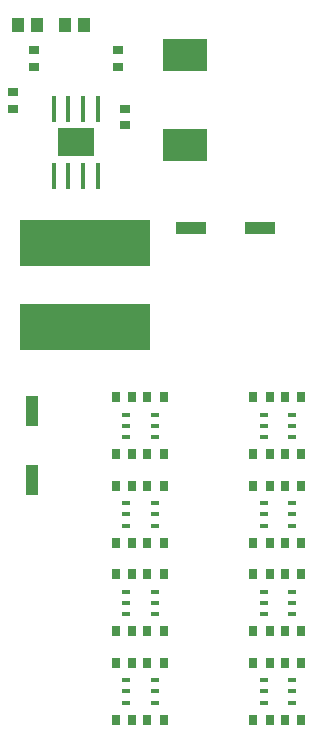
<source format=gtp>
%FSAX43Y43*%
%MOMM*%
G71*
G01*
G75*
G04 Layer_Color=8421504*
%ADD10R,1.016X2.540*%
%ADD11R,0.900X0.800*%
%ADD12R,1.000X1.300*%
%ADD13R,3.100X2.400*%
%ADD14R,0.450X2.200*%
%ADD15R,0.800X0.900*%
%ADD16R,0.800X0.350*%
%ADD17R,2.540X1.016*%
%ADD18R,3.810X2.794*%
%ADD19R,11.000X4.000*%
%ADD20C,0.889*%
%ADD21C,0.254*%
%ADD22C,0.381*%
%ADD23C,0.635*%
%ADD24C,1.016*%
%ADD25C,1.270*%
%ADD26R,1.265X3.340*%
%ADD27R,4.445X2.667*%
%ADD28R,0.782X1.737*%
%ADD29R,3.937X3.429*%
%ADD30R,5.207X4.826*%
%ADD31R,5.080X5.207*%
%ADD32R,5.461X5.334*%
%ADD33R,5.080X5.334*%
%ADD34R,1.270X4.953*%
%ADD35R,2.413X4.699*%
%ADD36R,7.620X3.048*%
%ADD37R,2.286X4.699*%
%ADD38R,3.810X0.762*%
%ADD39R,9.652X2.413*%
%ADD40R,1.524X1.397*%
%ADD41R,2.540X1.778*%
%ADD42R,0.635X0.762*%
%ADD43R,2.540X1.016*%
%ADD44R,1.397X29.972*%
%ADD45R,1.473X29.972*%
%ADD46R,1.575X1.397*%
%ADD47R,2.591X1.778*%
%ADD48R,10.287X1.651*%
%ADD49R,2.257X2.180*%
%ADD50R,2.032X2.159*%
%ADD51R,2.032X2.032*%
%ADD52R,2.024X2.159*%
%ADD53R,3.810X2.540*%
%ADD54R,3.302X2.159*%
%ADD55R,1.143X1.074*%
%ADD56R,1.001X1.074*%
%ADD57R,1.143X1.074*%
%ADD58R,1.016X1.016*%
%ADD59R,1.172X0.820*%
%ADD60C,0.508*%
%ADD61C,1.500*%
%ADD62R,1.500X1.500*%
%ADD63C,1.524*%
%ADD64C,1.778*%
%ADD65C,1.600*%
%ADD66C,2.000*%
%ADD67R,2.000X2.000*%
%ADD68C,4.000*%
%ADD69R,1.524X1.524*%
%ADD70R,1.500X1.500*%
%ADD71C,1.016*%
%ADD72R,1.100X1.700*%
%ADD73C,0.254*%
%ADD74C,0.762*%
%ADD75R,0.615X0.740*%
%ADD76R,3.802X0.994*%
%ADD77R,4.796X3.925*%
%ADD78R,5.461X5.207*%
%ADD79R,5.461X4.953*%
%ADD80R,2.540X2.667*%
%ADD81R,3.048X3.175*%
%ADD82R,5.461X5.842*%
%ADD83R,2.286X2.286*%
%ADD84R,1.898X2.032*%
%ADD85R,1.898X2.215*%
%ADD86R,1.898X2.041*%
%ADD87R,1.898X2.024*%
%ADD88R,3.556X2.286*%
%ADD89R,1.270X1.270*%
%ADD90R,1.397X1.397*%
%ADD91C,0.127*%
%ADD92C,0.250*%
%ADD93C,0.200*%
%ADD94C,0.100*%
D10*
X0118618Y0084836D02*
D03*
Y0078994D02*
D03*
D11*
X0116967Y0111825D02*
D03*
Y0110425D02*
D03*
X0125857Y0113981D02*
D03*
Y0115381D02*
D03*
X0126492Y0110428D02*
D03*
Y0109028D02*
D03*
X0118745Y0113981D02*
D03*
Y0115381D02*
D03*
D12*
X0121374Y0117475D02*
D03*
X0122974D02*
D03*
X0117437D02*
D03*
X0119037D02*
D03*
D13*
X0122301Y0107569D02*
D03*
D14*
X0124176Y0104694D02*
D03*
X0121676D02*
D03*
X0120426D02*
D03*
X0122926D02*
D03*
Y0110444D02*
D03*
X0120426D02*
D03*
X0121676D02*
D03*
X0124176D02*
D03*
D15*
X0139991Y0073660D02*
D03*
X0141391D02*
D03*
X0139991Y0078486D02*
D03*
X0141391D02*
D03*
X0137324Y0073660D02*
D03*
X0138724D02*
D03*
X0137324Y0078486D02*
D03*
X0138724D02*
D03*
X0128357D02*
D03*
X0129757D02*
D03*
X0125690Y0073660D02*
D03*
X0127090D02*
D03*
X0125690Y0078486D02*
D03*
X0127090D02*
D03*
X0128357Y0073660D02*
D03*
X0129757D02*
D03*
X0139991Y0085979D02*
D03*
X0141391D02*
D03*
X0137324D02*
D03*
X0138724D02*
D03*
X0137324Y0081153D02*
D03*
X0138724D02*
D03*
X0139991D02*
D03*
X0141391D02*
D03*
X0125690Y0085979D02*
D03*
X0127090D02*
D03*
X0125690Y0081153D02*
D03*
X0127090D02*
D03*
X0128357Y0085979D02*
D03*
X0129757D02*
D03*
X0128357Y0081153D02*
D03*
X0129757D02*
D03*
X0137324Y0058674D02*
D03*
X0138724D02*
D03*
X0137324Y0063500D02*
D03*
X0138724D02*
D03*
X0125690Y0058674D02*
D03*
X0127090D02*
D03*
X0139991Y0063500D02*
D03*
X0141391D02*
D03*
X0128357D02*
D03*
X0129757D02*
D03*
X0125690D02*
D03*
X0127090D02*
D03*
X0139991Y0058674D02*
D03*
X0141391D02*
D03*
X0128357D02*
D03*
X0129757D02*
D03*
X0139991Y0066167D02*
D03*
X0141391D02*
D03*
X0137324D02*
D03*
X0138724D02*
D03*
X0137324Y0070993D02*
D03*
X0138724D02*
D03*
X0125690D02*
D03*
X0127090D02*
D03*
X0128357Y0066167D02*
D03*
X0129757D02*
D03*
X0125690D02*
D03*
X0127090D02*
D03*
X0139991Y0070993D02*
D03*
X0141391D02*
D03*
X0128357D02*
D03*
X0129757D02*
D03*
D16*
X0140640Y0075133D02*
D03*
X0138227D02*
D03*
X0140640Y0076073D02*
D03*
X0138227Y0077013D02*
D03*
Y0076073D02*
D03*
X0140640Y0077013D02*
D03*
X0129007Y0075133D02*
D03*
X0126594D02*
D03*
X0129007Y0076073D02*
D03*
X0126594Y0077013D02*
D03*
Y0076073D02*
D03*
X0129007Y0077013D02*
D03*
X0140640Y0082626D02*
D03*
X0138227D02*
D03*
X0140640Y0083566D02*
D03*
X0138227Y0084506D02*
D03*
Y0083566D02*
D03*
X0140640Y0084506D02*
D03*
X0129007Y0082626D02*
D03*
X0126594D02*
D03*
X0129007Y0083566D02*
D03*
X0126594Y0084506D02*
D03*
Y0083566D02*
D03*
X0129007Y0084506D02*
D03*
X0140640Y0060147D02*
D03*
X0138227D02*
D03*
X0140640Y0061087D02*
D03*
X0138227Y0062027D02*
D03*
Y0061087D02*
D03*
X0140640Y0062027D02*
D03*
X0129007Y0060147D02*
D03*
X0126594D02*
D03*
X0129007Y0061087D02*
D03*
X0126594Y0062027D02*
D03*
Y0061087D02*
D03*
X0129007Y0062027D02*
D03*
X0140640Y0067640D02*
D03*
X0138227D02*
D03*
X0140640Y0068580D02*
D03*
X0138227Y0069520D02*
D03*
Y0068580D02*
D03*
X0140640Y0069520D02*
D03*
X0129007Y0067640D02*
D03*
X0126594D02*
D03*
X0129007Y0068580D02*
D03*
X0126594Y0069520D02*
D03*
Y0068580D02*
D03*
X0129007Y0069520D02*
D03*
D17*
X0132080Y0100330D02*
D03*
X0137922D02*
D03*
D18*
X0131572Y0114935D02*
D03*
Y0107315D02*
D03*
D19*
X0123063Y0099060D02*
D03*
Y0091948D02*
D03*
M02*

</source>
